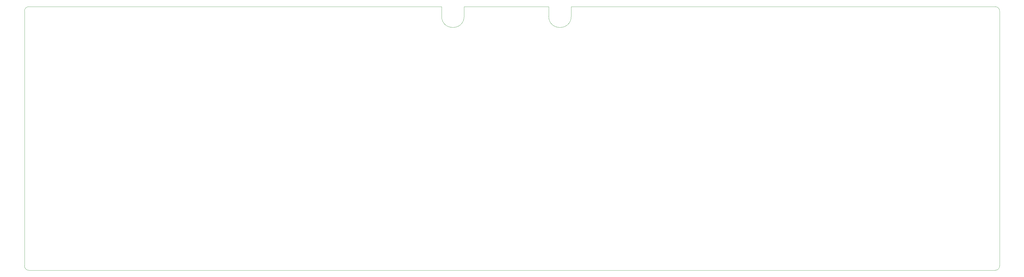
<source format=gm1>
G04 #@! TF.GenerationSoftware,KiCad,Pcbnew,(6.0.8)*
G04 #@! TF.CreationDate,2022-11-13T23:10:32+08:00*
G04 #@! TF.ProjectId,SI_FRL,53495f46-524c-42e6-9b69-6361645f7063,rev?*
G04 #@! TF.SameCoordinates,Original*
G04 #@! TF.FileFunction,Profile,NP*
%FSLAX46Y46*%
G04 Gerber Fmt 4.6, Leading zero omitted, Abs format (unit mm)*
G04 Created by KiCad (PCBNEW (6.0.8)) date 2022-11-13 23:10:32*
%MOMM*%
%LPD*%
G01*
G04 APERTURE LIST*
G04 #@! TA.AperFunction,Profile*
%ADD10C,0.050000*%
G04 #@! TD*
G04 APERTURE END LIST*
D10*
X-7143750Y-84931250D02*
X335756250Y-84931250D01*
X335756250Y-84931250D02*
G75*
G03*
X337343750Y-83343750I-50J1587550D01*
G01*
X139306250Y8731250D02*
X-7143750Y8731250D01*
X177306250Y5327386D02*
G75*
G03*
X185306250Y5327386I4000000J0D01*
G01*
X185306250Y5327386D02*
X185306250Y8731250D01*
X-8731250Y7143750D02*
X-8731250Y-83343750D01*
X-8731250Y-83343750D02*
G75*
G03*
X-7143750Y-84931250I1587500J0D01*
G01*
X337343750Y7143750D02*
G75*
G03*
X335756250Y8731250I-1587550J-50D01*
G01*
X139306250Y5327386D02*
G75*
G03*
X147306250Y5327386I4000000J0D01*
G01*
X147306250Y5327386D02*
X147306250Y8731250D01*
X147306250Y8731250D02*
X177306250Y8731250D01*
X337343750Y-83343750D02*
X337343750Y7143750D01*
X177306250Y5327386D02*
X177306250Y8731250D01*
X139306250Y5327386D02*
X139306250Y8731250D01*
X-7143750Y8731250D02*
G75*
G03*
X-8731250Y7143750I0J-1587500D01*
G01*
X185306250Y8731250D02*
X335756250Y8731250D01*
M02*

</source>
